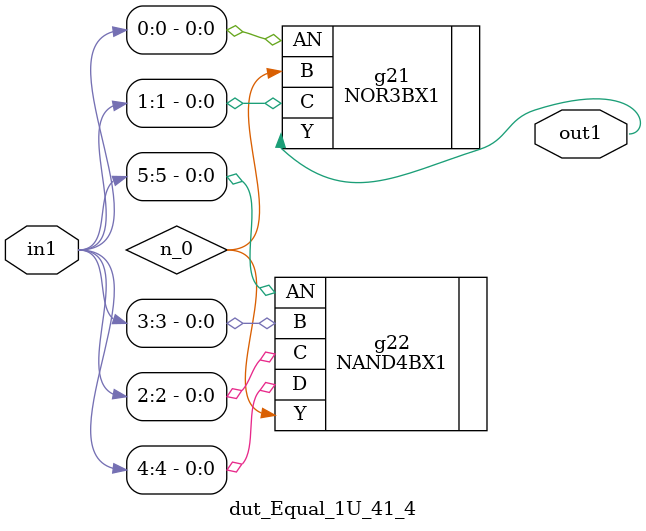
<source format=v>
`timescale 1ps / 1ps


module dut_Equal_1U_41_4(in1, out1);
  input [5:0] in1;
  output out1;
  wire [5:0] in1;
  wire out1;
  wire n_0;
  NOR3BX1 g21(.AN (in1[0]), .B (n_0), .C (in1[1]), .Y (out1));
  NAND4BX1 g22(.AN (in1[5]), .B (in1[3]), .C (in1[2]), .D (in1[4]), .Y
       (n_0));
endmodule



</source>
